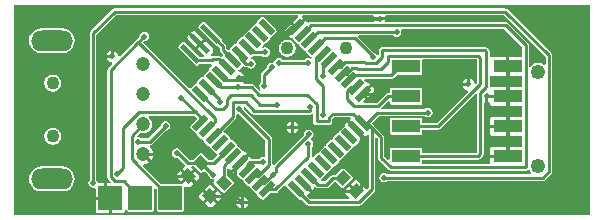
<source format=gbl>
G04 Layer_Physical_Order=2*
G04 Layer_Color=16711680*
%FSLAX44Y44*%
%MOMM*%
G71*
G01*
G75*
%ADD17R,2.0000X2.0000*%
%ADD23C,0.2540*%
%ADD24C,1.2499*%
%ADD25C,0.8001*%
%ADD26C,1.1001*%
%ADD27O,3.5560X1.7780*%
%ADD28C,1.2002*%
%ADD29C,1.1000*%
%ADD30C,0.5000*%
G04:AMPARAMS|DCode=31|XSize=0.4mm|YSize=2mm|CornerRadius=0mm|HoleSize=0mm|Usage=FLASHONLY|Rotation=225.000|XOffset=0mm|YOffset=0mm|HoleType=Round|Shape=Rectangle|*
%AMROTATEDRECTD31*
4,1,4,-0.5657,0.8485,0.8485,-0.5657,0.5657,-0.8485,-0.8485,0.5657,-0.5657,0.8485,0.0*
%
%ADD31ROTATEDRECTD31*%

G04:AMPARAMS|DCode=32|XSize=0.95mm|YSize=1mm|CornerRadius=0mm|HoleSize=0mm|Usage=FLASHONLY|Rotation=135.000|XOffset=0mm|YOffset=0mm|HoleType=Round|Shape=Rectangle|*
%AMROTATEDRECTD32*
4,1,4,0.6894,0.0177,-0.0177,-0.6894,-0.6894,-0.0177,0.0177,0.6894,0.6894,0.0177,0.0*
%
%ADD32ROTATEDRECTD32*%

G04:AMPARAMS|DCode=33|XSize=0.508mm|YSize=1.4732mm|CornerRadius=0mm|HoleSize=0mm|Usage=FLASHONLY|Rotation=225.000|XOffset=0mm|YOffset=0mm|HoleType=Round|Shape=Rectangle|*
%AMROTATEDRECTD33*
4,1,4,-0.3412,0.7005,0.7005,-0.3412,0.3412,-0.7005,-0.7005,0.3412,-0.3412,0.7005,0.0*
%
%ADD33ROTATEDRECTD33*%

G04:AMPARAMS|DCode=34|XSize=0.508mm|YSize=1.4732mm|CornerRadius=0mm|HoleSize=0mm|Usage=FLASHONLY|Rotation=135.000|XOffset=0mm|YOffset=0mm|HoleType=Round|Shape=Rectangle|*
%AMROTATEDRECTD34*
4,1,4,0.7005,0.3412,-0.3412,-0.7005,-0.7005,-0.3412,0.3412,0.7005,0.7005,0.3412,0.0*
%
%ADD34ROTATEDRECTD34*%

G04:AMPARAMS|DCode=35|XSize=0.95mm|YSize=1mm|CornerRadius=0mm|HoleSize=0mm|Usage=FLASHONLY|Rotation=45.000|XOffset=0mm|YOffset=0mm|HoleType=Round|Shape=Rectangle|*
%AMROTATEDRECTD35*
4,1,4,0.0177,-0.6894,-0.6894,0.0177,-0.0177,0.6894,0.6894,-0.0177,0.0177,-0.6894,0.0*
%
%ADD35ROTATEDRECTD35*%

%ADD36R,2.4400X1.1300*%
G36*
X697230Y394970D02*
X209550D01*
Y572770D01*
X697230D01*
Y394970D01*
D02*
G37*
%LPC*%
G36*
X403683Y410124D02*
Y406508D01*
X407299D01*
X407161Y407205D01*
X406047Y408872D01*
X404380Y409986D01*
X403683Y410124D01*
D02*
G37*
G36*
X369079Y415372D02*
X366618Y412911D01*
X366057Y412071D01*
X365859Y411080D01*
X366057Y410089D01*
X366618Y409249D01*
X369255Y406611D01*
X373547Y410903D01*
X369079Y415372D01*
D02*
G37*
G36*
X401143Y410124D02*
X400447Y409986D01*
X398780Y408872D01*
X397666Y407205D01*
X397527Y406508D01*
X401143D01*
Y410124D01*
D02*
G37*
G36*
X381431Y415195D02*
X377140Y410903D01*
X381608Y406435D01*
X384069Y408895D01*
X384630Y409736D01*
X384827Y410727D01*
X384630Y411718D01*
X384069Y412558D01*
X381431Y415195D01*
D02*
G37*
G36*
X375167Y420387D02*
X374176Y420190D01*
X373335Y419629D01*
X370875Y417168D01*
X375343Y412700D01*
X379635Y416991D01*
X376998Y419629D01*
X376158Y420190D01*
X375167Y420387D01*
D02*
G37*
G36*
X362381Y431870D02*
X358089Y427578D01*
X362558Y423109D01*
X365018Y425569D01*
X365580Y426410D01*
X365777Y427401D01*
X365580Y428392D01*
X365018Y429232D01*
X362381Y431870D01*
D02*
G37*
G36*
X350028Y432046D02*
X347567Y429585D01*
X347006Y428745D01*
X346809Y427754D01*
X347006Y426763D01*
X347567Y425923D01*
X350205Y423285D01*
X354497Y427578D01*
X350028Y432046D01*
D02*
G37*
G36*
X242019Y468628D02*
X241863Y468564D01*
X241697Y468597D01*
X239551Y468170D01*
X239278Y467988D01*
X238956Y467924D01*
X237137Y466708D01*
X236954Y466435D01*
X236682Y466253D01*
X235466Y464433D01*
X235402Y464112D01*
X235220Y463839D01*
X234793Y461693D01*
X234857Y461371D01*
X234793Y461049D01*
X235220Y458903D01*
X235402Y458630D01*
X235466Y458308D01*
X236682Y456489D01*
X236954Y456306D01*
X237137Y456034D01*
X238956Y454818D01*
X239278Y454754D01*
X239551Y454572D01*
X241697Y454145D01*
X241863Y454178D01*
X242019Y454113D01*
X242175Y454178D01*
X242341Y454145D01*
X244487Y454572D01*
X244760Y454754D01*
X245081Y454818D01*
X246901Y456034D01*
X247083Y456306D01*
X247356Y456489D01*
X248572Y458308D01*
X248636Y458630D01*
X248818Y458903D01*
X249245Y461049D01*
X249181Y461371D01*
X249245Y461693D01*
X248818Y463839D01*
X248636Y464112D01*
X248572Y464433D01*
X247356Y466253D01*
X247083Y466435D01*
X246901Y466708D01*
X245081Y467924D01*
X244760Y467988D01*
X244487Y468170D01*
X242341Y468597D01*
X242175Y468564D01*
X242019Y468628D01*
D02*
G37*
G36*
X250210Y435873D02*
X232430D01*
X229712Y435515D01*
X227178Y434465D01*
X225003Y432796D01*
X223334Y430621D01*
X222284Y428087D01*
X221926Y425369D01*
X222284Y422650D01*
X223334Y420117D01*
X225003Y417941D01*
X227178Y416272D01*
X229712Y415223D01*
X232430Y414865D01*
X250210D01*
X252929Y415223D01*
X255462Y416272D01*
X257638Y417941D01*
X259307Y420117D01*
X260356Y422650D01*
X260714Y425369D01*
X260356Y428087D01*
X259307Y430621D01*
X257638Y432796D01*
X255462Y434465D01*
X252929Y435515D01*
X250210Y435873D01*
D02*
G37*
G36*
X401143Y403968D02*
X397527D01*
X397666Y403272D01*
X398780Y401605D01*
X400447Y400491D01*
X401143Y400352D01*
Y403968D01*
D02*
G37*
G36*
X407299D02*
X403683D01*
Y400352D01*
X404380Y400491D01*
X406047Y401605D01*
X407161Y403272D01*
X407299Y403968D01*
D02*
G37*
G36*
X625094Y569777D02*
X625094Y569777D01*
X294386D01*
X294386Y569777D01*
X293296Y569560D01*
X292372Y568942D01*
X292372Y568942D01*
X274084Y550654D01*
X273466Y549730D01*
X273249Y548640D01*
X273249Y548640D01*
Y424830D01*
X273197Y424795D01*
X272307Y423464D01*
X271995Y421894D01*
X272307Y420324D01*
X273197Y418993D01*
X274528Y418103D01*
X276098Y417791D01*
X276970Y417965D01*
X278240Y417075D01*
Y410210D01*
X290830D01*
Y408940D01*
X292100D01*
Y396350D01*
X300830D01*
X301821Y396547D01*
X302661Y397109D01*
X303223Y397949D01*
X303384Y398762D01*
X303889Y398837D01*
X304649Y398775D01*
X305064Y397774D01*
X306230Y397290D01*
X326230D01*
X327396Y397774D01*
X327880Y398940D01*
Y417002D01*
X329053Y417488D01*
X329980Y416561D01*
Y398940D01*
X330464Y397774D01*
X331630Y397290D01*
X351630D01*
X352796Y397774D01*
X353280Y398940D01*
Y418415D01*
X354549Y418941D01*
X354638Y418852D01*
X355479Y418291D01*
X356470Y418093D01*
X357461Y418291D01*
X358301Y418852D01*
X360762Y421313D01*
X356293Y425781D01*
X351107Y420596D01*
X351105Y420590D01*
X334009D01*
X318281Y436318D01*
X318883Y437512D01*
X320761Y437759D01*
X322839Y438620D01*
X324623Y439989D01*
X325992Y441773D01*
X326852Y443850D01*
X326978Y444810D01*
X318531D01*
Y447350D01*
X326978D01*
X326852Y448310D01*
X325992Y450387D01*
X324623Y452171D01*
X323932Y452701D01*
X324168Y453699D01*
X324336Y453992D01*
X325322Y454188D01*
X326246Y454806D01*
X337504Y466063D01*
X337566Y466051D01*
X339136Y466363D01*
X340467Y467253D01*
X341357Y468584D01*
X341669Y470154D01*
X341357Y471724D01*
X340467Y473055D01*
X339136Y473945D01*
X337566Y474257D01*
X335996Y473945D01*
X334665Y473055D01*
X333775Y471724D01*
X333463Y470154D01*
X333475Y470092D01*
X323052Y459669D01*
X317008D01*
X316973Y459721D01*
X315642Y460611D01*
X314072Y460923D01*
X313731Y460855D01*
X313106Y462025D01*
X315621Y464541D01*
X316567Y464149D01*
X318531Y463890D01*
X320496Y464149D01*
X322326Y464907D01*
X323898Y466113D01*
X325104Y467685D01*
X325862Y469515D01*
X326121Y471480D01*
X325862Y473444D01*
X325104Y475275D01*
X323898Y476847D01*
X323092Y477465D01*
X323523Y478735D01*
X362040D01*
X363767Y477008D01*
Y475618D01*
X358650Y470501D01*
X358167Y469335D01*
X358650Y468168D01*
X362242Y464576D01*
X362629Y464416D01*
X363529Y463888D01*
X364058Y462987D01*
X364218Y462601D01*
X367810Y459009D01*
X368414Y458759D01*
X369482Y458020D01*
X369965Y456853D01*
X373558Y453261D01*
X374724Y452778D01*
X375373Y451672D01*
X375533Y451286D01*
X379125Y447693D01*
X380292Y447210D01*
X381031Y446142D01*
X381235Y445647D01*
X377328Y441740D01*
X373809D01*
X368597Y446952D01*
X367430Y447435D01*
X366264Y446952D01*
X361052Y441740D01*
X357563D01*
X350715Y448588D01*
X350710Y448610D01*
X349821Y449941D01*
X348490Y450830D01*
X346920Y451143D01*
X345350Y450830D01*
X344019Y449941D01*
X343129Y448610D01*
X342817Y447040D01*
X343129Y445470D01*
X344019Y444139D01*
X345350Y443250D01*
X346920Y442937D01*
X348078Y443167D01*
X353763Y437482D01*
X354180Y436540D01*
X353747Y435765D01*
X351824Y433842D01*
X356293Y429374D01*
X360585Y433666D01*
X359381Y434869D01*
X359867Y436042D01*
X361405D01*
X366617Y430830D01*
X367784Y430347D01*
X368950Y430830D01*
X370397Y432278D01*
X373607Y429068D01*
X373595Y429006D01*
X373908Y427436D01*
X374797Y426105D01*
X376128Y425215D01*
X377698Y424903D01*
X378254Y425014D01*
X378879Y423843D01*
X378596Y423560D01*
X378113Y422394D01*
X378596Y421227D01*
X385667Y414156D01*
X386834Y413673D01*
X388000Y414156D01*
X394718Y420874D01*
X395201Y422040D01*
X394718Y423207D01*
X389506Y428419D01*
Y434010D01*
X389943Y434334D01*
X390133Y434371D01*
X391575Y434002D01*
X391751Y433738D01*
X392649Y432840D01*
X399689Y439880D01*
X406729Y446919D01*
X405831Y447817D01*
X404991Y448379D01*
X403999Y448576D01*
X403463Y448469D01*
X403190Y449128D01*
X399598Y452720D01*
X398432Y453204D01*
X397783Y454309D01*
X397623Y454696D01*
X394030Y458288D01*
X392864Y458771D01*
X392125Y459840D01*
X391875Y460443D01*
X388283Y464035D01*
X387117Y464519D01*
X386468Y465625D01*
X386435Y465702D01*
X396516Y475783D01*
X396516Y475783D01*
X397133Y476707D01*
X397350Y477797D01*
X397350Y477798D01*
Y479761D01*
X398620Y480509D01*
X399796Y480275D01*
X399858Y480288D01*
X422093Y458052D01*
Y444264D01*
X420823Y443535D01*
X419608Y443777D01*
X418038Y443465D01*
X416707Y442575D01*
X416672Y442523D01*
X410156D01*
X409984Y443385D01*
X409423Y444225D01*
X408525Y445123D01*
X401485Y438084D01*
X394445Y431044D01*
X395343Y430146D01*
X396183Y429584D01*
X397174Y429387D01*
X397808Y429513D01*
X398163Y428655D01*
X401756Y425063D01*
X402922Y424580D01*
X403248Y424254D01*
X403731Y423088D01*
X407323Y419495D01*
X408490Y419012D01*
X408996Y418506D01*
X409479Y417340D01*
X413071Y413748D01*
X414237Y413265D01*
X414563Y412939D01*
X415046Y411772D01*
X418638Y408180D01*
X419805Y407697D01*
X420971Y408180D01*
X426294Y413503D01*
X430586D01*
X430586Y413502D01*
X431677Y413719D01*
X432601Y414337D01*
X438175Y419911D01*
X439488Y419428D01*
X439832Y418597D01*
X450249Y408180D01*
X451415Y407697D01*
X452273Y408052D01*
X456702Y403624D01*
X457626Y403006D01*
X458716Y402789D01*
X458716Y402789D01*
X501396D01*
X501396Y402789D01*
X502486Y403006D01*
X503410Y403624D01*
X514332Y414546D01*
X514332Y414546D01*
X514950Y415470D01*
X515167Y416560D01*
X515167Y416560D01*
Y459815D01*
X516273Y460288D01*
X517169Y459548D01*
Y443404D01*
X517169Y443404D01*
X517386Y442314D01*
X518003Y441390D01*
X526306Y433088D01*
X526306Y433088D01*
X527230Y432470D01*
X528320Y432253D01*
X528320Y432253D01*
X642366D01*
X643456Y432470D01*
X644201Y432968D01*
X644696Y433028D01*
X645356Y432904D01*
X645671Y432733D01*
X645712Y432527D01*
X647010Y430585D01*
X646866Y430005D01*
X646567Y429408D01*
X646482Y429315D01*
X525414D01*
X525379Y429367D01*
X524048Y430257D01*
X522478Y430569D01*
X520908Y430257D01*
X519577Y429367D01*
X518688Y428036D01*
X518375Y426466D01*
X518688Y424896D01*
X519577Y423565D01*
X520908Y422676D01*
X522478Y422363D01*
X524048Y422676D01*
X525379Y423565D01*
X525414Y423617D01*
X656844D01*
X656844Y423617D01*
X657934Y423834D01*
X658858Y424452D01*
X664192Y429786D01*
X664192Y429786D01*
X664810Y430710D01*
X665027Y431800D01*
X665027Y431800D01*
Y529844D01*
X665027Y529844D01*
X664810Y530934D01*
X664192Y531858D01*
X664192Y531858D01*
X627108Y568942D01*
X626184Y569560D01*
X625094Y569777D01*
D02*
G37*
G36*
X289560Y407670D02*
X278240D01*
Y398940D01*
X278437Y397949D01*
X278999Y397109D01*
X279839Y396547D01*
X280830Y396350D01*
X289560D01*
Y407670D01*
D02*
G37*
G36*
X242019Y513627D02*
X241863Y513562D01*
X241697Y513595D01*
X239551Y513168D01*
X239278Y512986D01*
X238956Y512922D01*
X237137Y511706D01*
X236954Y511434D01*
X236682Y511251D01*
X235466Y509432D01*
X235402Y509110D01*
X235220Y508837D01*
X234793Y506691D01*
X234857Y506369D01*
X234793Y506048D01*
X235220Y503901D01*
X235402Y503629D01*
X235466Y503307D01*
X236682Y501487D01*
X236954Y501305D01*
X237137Y501032D01*
X238956Y499817D01*
X239278Y499753D01*
X239551Y499570D01*
X241697Y499143D01*
X241863Y499176D01*
X242019Y499112D01*
X242175Y499176D01*
X242341Y499143D01*
X244487Y499570D01*
X244760Y499753D01*
X245081Y499817D01*
X246901Y501032D01*
X247083Y501305D01*
X247356Y501487D01*
X248572Y503307D01*
X248636Y503629D01*
X248818Y503901D01*
X249245Y506048D01*
X249181Y506369D01*
X249245Y506691D01*
X248818Y508837D01*
X248636Y509110D01*
X248572Y509432D01*
X247356Y511251D01*
X247083Y511434D01*
X246901Y511706D01*
X245081Y512922D01*
X244760Y512986D01*
X244487Y513168D01*
X242341Y513595D01*
X242175Y513562D01*
X242019Y513627D01*
D02*
G37*
G36*
X375343Y409107D02*
X371051Y404815D01*
X373689Y402178D01*
X374529Y401617D01*
X375520Y401419D01*
X376511Y401617D01*
X377351Y402178D01*
X379812Y404639D01*
X375343Y409107D01*
D02*
G37*
G36*
X250210Y552875D02*
X232430D01*
X229712Y552517D01*
X227178Y551468D01*
X225003Y549799D01*
X223334Y547623D01*
X222284Y545090D01*
X221926Y542371D01*
X222284Y539653D01*
X223334Y537119D01*
X225003Y534944D01*
X227178Y533275D01*
X229712Y532225D01*
X232430Y531867D01*
X250210D01*
X252929Y532225D01*
X255462Y533275D01*
X257638Y534944D01*
X259307Y537119D01*
X260356Y539653D01*
X260714Y542371D01*
X260356Y545090D01*
X259307Y547623D01*
X257638Y549799D01*
X255462Y551468D01*
X252929Y552517D01*
X250210Y552875D01*
D02*
G37*
%LPD*%
G36*
X659329Y528664D02*
Y522544D01*
X659164Y522406D01*
X658059Y521982D01*
X656326Y523140D01*
X656004Y523204D01*
X655731Y523387D01*
X653292Y523872D01*
X652971Y523808D01*
X652649Y523872D01*
X650210Y523387D01*
X649937Y523204D01*
X649615Y523140D01*
X647548Y521759D01*
X647366Y521486D01*
X647093Y521304D01*
X646485Y520393D01*
X645215Y520779D01*
Y538480D01*
X645215Y538480D01*
X644998Y539570D01*
X644380Y540494D01*
X627616Y557258D01*
X626692Y557876D01*
X625602Y558093D01*
X625602Y558093D01*
X524310D01*
X523515Y559363D01*
X523554Y559562D01*
X513782D01*
X513821Y559363D01*
X513026Y558093D01*
X460453D01*
X460453Y558093D01*
X459363Y557876D01*
X458829Y557519D01*
X457698Y557867D01*
X457453Y558068D01*
X457400Y558332D01*
X456838Y559173D01*
X455941Y560071D01*
X448901Y553031D01*
X441861Y545991D01*
X442759Y545093D01*
X443599Y544532D01*
X444590Y544334D01*
X445126Y544441D01*
X445399Y543782D01*
X448991Y540190D01*
X449595Y539940D01*
X450365Y539408D01*
X450897Y538638D01*
X451147Y538035D01*
X454739Y534443D01*
X455905Y533959D01*
X456231Y533633D01*
X456715Y532467D01*
X460307Y528875D01*
X461157Y528523D01*
X461553Y527403D01*
X460099Y527075D01*
X459786Y527285D01*
X458216Y527597D01*
X456646Y527285D01*
X455315Y526395D01*
X455280Y526343D01*
X436260D01*
X436225Y526395D01*
X434894Y527285D01*
X433324Y527597D01*
X431754Y527285D01*
X430423Y526395D01*
X429534Y525064D01*
X429479Y524789D01*
X428798Y523728D01*
X428099Y523868D01*
X427228Y524041D01*
X425658Y523728D01*
X424327Y522839D01*
X423438Y521508D01*
X423125Y519938D01*
X423138Y519876D01*
X418864Y515602D01*
X418246Y514678D01*
X418029Y513588D01*
X418029Y513588D01*
Y507126D01*
X417977Y507091D01*
X417088Y505760D01*
X416775Y504190D01*
X417088Y502620D01*
X417844Y501488D01*
X417693Y500594D01*
X417486Y500089D01*
X417356Y500057D01*
X412478Y504934D01*
X411554Y505552D01*
X410464Y505769D01*
X410464Y505769D01*
X403633D01*
X403248Y507039D01*
X403430Y507160D01*
X404544Y508828D01*
X404682Y509524D01*
X399796D01*
Y512064D01*
X404682D01*
X404544Y512761D01*
X403430Y514428D01*
X401763Y515542D01*
X399796Y515933D01*
X399184Y517106D01*
X399244Y517413D01*
X399598Y517560D01*
X402419Y520381D01*
X403549Y520718D01*
X404473Y520100D01*
X405563Y519883D01*
X406766D01*
X406801Y519831D01*
X408132Y518941D01*
X409702Y518629D01*
X411272Y518941D01*
X412603Y519831D01*
X413493Y521162D01*
X413805Y522732D01*
X413493Y524302D01*
X412603Y525633D01*
X411272Y526522D01*
X410806Y526615D01*
X410017Y527918D01*
X410259Y528604D01*
X410913Y528875D01*
X411828Y529789D01*
X418958D01*
X418993Y529737D01*
X420324Y528848D01*
X421894Y528535D01*
X423464Y528848D01*
X424795Y529737D01*
X425685Y531068D01*
X425997Y532638D01*
X425685Y534208D01*
X424795Y535539D01*
X423464Y536428D01*
X421894Y536741D01*
X420324Y536428D01*
X420140Y536306D01*
X419331Y537292D01*
X420073Y538035D01*
X420323Y538638D01*
X421062Y539707D01*
X422229Y540190D01*
X425821Y543782D01*
X425981Y544169D01*
X426630Y545275D01*
X427796Y545758D01*
X431388Y549350D01*
X431871Y550516D01*
X431388Y551683D01*
X420971Y562100D01*
X419805Y562583D01*
X418638Y562100D01*
X415046Y558508D01*
X414886Y558121D01*
X414237Y557015D01*
X413071Y556532D01*
X409479Y552940D01*
X409229Y552336D01*
X408490Y551268D01*
X407323Y550785D01*
X403731Y547192D01*
X403571Y546806D01*
X402922Y545700D01*
X401756Y545217D01*
X398163Y541625D01*
X397680Y540458D01*
X396612Y539720D01*
X396008Y539469D01*
X392416Y535877D01*
X392256Y535491D01*
X391762Y534650D01*
X390419Y534360D01*
X388929Y535850D01*
Y537670D01*
X388929Y537671D01*
X388712Y538761D01*
X388094Y539685D01*
X388094Y539685D01*
X385518Y542261D01*
X385647Y542571D01*
X385650Y542578D01*
X385167Y543745D01*
X385167Y543745D01*
X371025Y557887D01*
X369865Y558367D01*
X369858Y558370D01*
X368692Y557887D01*
X368692Y557887D01*
X365864Y555059D01*
X365383Y553899D01*
X365380Y553892D01*
X365863Y552726D01*
X365864Y552726D01*
X380006Y538584D01*
X381172Y538100D01*
X381490Y538232D01*
X383231Y536491D01*
Y534670D01*
X383231Y534670D01*
X383448Y533580D01*
X384066Y532656D01*
X386503Y530219D01*
X385983Y529036D01*
X384851Y528792D01*
X384793Y528850D01*
X383869Y529468D01*
X382779Y529684D01*
X382779Y529684D01*
X377738D01*
X376647Y529468D01*
X376242Y529197D01*
X376130Y529249D01*
X375865Y530780D01*
X377346Y532262D01*
X377908Y533102D01*
X378105Y534093D01*
X377908Y535084D01*
X377346Y535924D01*
X371174Y542097D01*
X367928Y538852D01*
X364683Y535606D01*
X370440Y529850D01*
X369914Y528579D01*
X366391D01*
X354054Y540916D01*
X352895Y541397D01*
X352888Y541400D01*
X351721Y540916D01*
X351721Y540916D01*
X348893Y538088D01*
X348413Y536928D01*
X348410Y536922D01*
X348893Y535755D01*
X348893Y535755D01*
X363035Y521613D01*
X364195Y521133D01*
X364202Y521130D01*
X365368Y521613D01*
X365368Y521613D01*
X366637Y522882D01*
X376295D01*
X376780Y522045D01*
X376851Y521642D01*
X374868Y519659D01*
X374307Y518819D01*
X374110Y517828D01*
X374216Y517292D01*
X373558Y517019D01*
X369965Y513427D01*
X369715Y512823D01*
X368976Y511754D01*
X367810Y511271D01*
X364218Y507679D01*
X364058Y507293D01*
X363409Y506187D01*
X362242Y505704D01*
X358918Y502379D01*
X357383Y502118D01*
X318608Y540893D01*
X319470Y541755D01*
X319532Y541743D01*
X321102Y542056D01*
X322433Y542945D01*
X323322Y544276D01*
X323635Y545846D01*
X323322Y547416D01*
X322433Y548747D01*
X321102Y549636D01*
X319532Y549949D01*
X317962Y549636D01*
X316631Y548747D01*
X315742Y547416D01*
X315429Y545846D01*
X315441Y545784D01*
X312565Y542907D01*
X312565Y542907D01*
X298677Y529019D01*
X297402Y529540D01*
X297102Y531049D01*
X295988Y532716D01*
X294321Y533830D01*
X293624Y533968D01*
Y529082D01*
X292354D01*
Y527812D01*
X287468D01*
X287606Y527116D01*
X288720Y525448D01*
X290387Y524334D01*
X291896Y524035D01*
X292417Y522759D01*
X289109Y519452D01*
X288492Y518528D01*
X288275Y517438D01*
X288275Y517438D01*
Y426716D01*
X288275Y426716D01*
X288492Y425626D01*
X289109Y424702D01*
X291108Y422703D01*
X290622Y421530D01*
X281423D01*
X280201Y421894D01*
X279888Y423464D01*
X278999Y424795D01*
X278947Y424830D01*
Y547460D01*
X295566Y564079D01*
X449265D01*
X449651Y562809D01*
X449584Y562765D01*
X445273Y558454D01*
X448003Y555725D01*
X454144Y561867D01*
X453246Y562765D01*
X453180Y562809D01*
X453565Y564079D01*
X513429D01*
X514028Y562959D01*
X513920Y562799D01*
X513782Y562102D01*
X523554D01*
X523416Y562799D01*
X523308Y562959D01*
X523907Y564079D01*
X623914D01*
X659329Y528664D01*
D02*
G37*
G36*
X410775Y480625D02*
X411699Y480008D01*
X412790Y479791D01*
X412790Y479791D01*
X459556D01*
X460646Y480008D01*
X461209Y480384D01*
X462371Y479917D01*
X462479Y479821D01*
Y474004D01*
X462696Y472914D01*
X463314Y471989D01*
X464238Y471372D01*
X465328Y471155D01*
X475996D01*
X477086Y471372D01*
X478010Y471989D01*
X478628Y472914D01*
X478845Y474004D01*
Y476340D01*
X480224Y477719D01*
X494025D01*
X494185Y477266D01*
X494236Y476449D01*
X493587Y476016D01*
X492689Y475117D01*
X499729Y468078D01*
X506769Y461038D01*
X507667Y461936D01*
X508199Y462733D01*
X508318Y462758D01*
X509469Y462521D01*
Y417740D01*
X508362Y416633D01*
X507466Y416721D01*
X505005Y419182D01*
X499639Y413815D01*
X498741Y414713D01*
X497843Y413815D01*
X492653Y419005D01*
X490015Y416367D01*
X489454Y415527D01*
X489257Y414536D01*
X489454Y413545D01*
X490015Y412705D01*
X493060Y409660D01*
X492574Y408487D01*
X459896D01*
X457292Y411091D01*
X457710Y412469D01*
X457974Y412522D01*
X458814Y413083D01*
X459712Y413981D01*
X452672Y421021D01*
X454468Y422817D01*
X461508Y415777D01*
X462406Y416675D01*
X462968Y417515D01*
X463080Y418080D01*
X464233Y418571D01*
X464376Y418580D01*
X464600Y418356D01*
X465524Y417738D01*
X466614Y417521D01*
X466614Y417521D01*
X473710D01*
X473710Y417521D01*
X474800Y417738D01*
X475724Y418356D01*
X479879Y422510D01*
X481540D01*
X486084Y417966D01*
X487250Y417483D01*
X488417Y417966D01*
X495488Y425037D01*
X495971Y426204D01*
X495488Y427370D01*
X488770Y434088D01*
X487604Y434571D01*
X486437Y434088D01*
X481225Y428876D01*
X479367D01*
X479367Y428876D01*
X478277Y428659D01*
X477353Y428041D01*
X477353Y428041D01*
X472530Y423219D01*
X470006D01*
X468996Y424489D01*
X469094Y424909D01*
X469464Y425063D01*
X473057Y428655D01*
X473307Y429259D01*
X473839Y430028D01*
X474608Y430560D01*
X475212Y430811D01*
X478804Y434403D01*
X478964Y434789D01*
X479493Y435690D01*
X480393Y436218D01*
X480780Y436378D01*
X484372Y439970D01*
X484532Y440357D01*
X485060Y441257D01*
X485961Y441786D01*
X486347Y441946D01*
X489939Y445538D01*
X490190Y446142D01*
X490722Y446911D01*
X491491Y447443D01*
X492095Y447693D01*
X495687Y451286D01*
X495847Y451672D01*
X496376Y452573D01*
X497276Y453101D01*
X497663Y453261D01*
X501255Y456853D01*
X501610Y457711D01*
X502244Y457585D01*
X503235Y457782D01*
X504075Y458344D01*
X504973Y459242D01*
X497933Y466282D01*
X490893Y473321D01*
X489995Y472423D01*
X489434Y471583D01*
X489237Y470592D01*
X489363Y469959D01*
X488505Y469603D01*
X484913Y466011D01*
X484752Y465625D01*
X484224Y464724D01*
X483324Y464196D01*
X482937Y464035D01*
X479345Y460443D01*
X479095Y459840D01*
X478563Y459070D01*
X477793Y458538D01*
X477189Y458288D01*
X473597Y454696D01*
X473437Y454309D01*
X472909Y453409D01*
X472008Y452880D01*
X471622Y452720D01*
X468030Y449128D01*
X467870Y448742D01*
X467341Y447841D01*
X466441Y447313D01*
X466054Y447153D01*
X462462Y443560D01*
X461274Y444012D01*
X461319Y444235D01*
Y452002D01*
X461371Y452037D01*
X462261Y453368D01*
X462573Y454938D01*
X462261Y456508D01*
X461371Y457840D01*
X460965Y458111D01*
Y459638D01*
X461586Y460052D01*
X462475Y461384D01*
X462787Y462954D01*
X462475Y464524D01*
X461586Y465855D01*
X460255Y466744D01*
X458684Y467056D01*
X457114Y466744D01*
X455783Y465855D01*
X454894Y464524D01*
X454581Y462954D01*
X454594Y462892D01*
X429100Y437398D01*
X429061Y437339D01*
X427791Y437725D01*
Y459232D01*
X427574Y460322D01*
X426956Y461246D01*
X426956Y461246D01*
X403886Y484316D01*
X403899Y484378D01*
X403599Y485887D01*
X403591Y486013D01*
X403802Y486202D01*
X404898Y486502D01*
X410775Y480625D01*
D02*
G37*
G36*
X601163Y526124D02*
Y506854D01*
X600182Y505873D01*
X598804Y506291D01*
X598600Y507319D01*
X597486Y508986D01*
X595818Y510100D01*
X595122Y510239D01*
Y505353D01*
X593852D01*
Y504083D01*
X588966D01*
X589104Y503386D01*
X590218Y501719D01*
X591885Y500605D01*
X592914Y500401D01*
X593332Y499023D01*
X567058Y472749D01*
X555049D01*
Y475550D01*
X554566Y476716D01*
X553400Y477200D01*
X529000D01*
X527833Y476716D01*
X527350Y475550D01*
Y464250D01*
X527833Y463084D01*
X529000Y462600D01*
X553400D01*
X554566Y463084D01*
X555049Y464250D01*
Y467051D01*
X568237D01*
X568238Y467051D01*
X569328Y467268D01*
X570252Y467886D01*
X599918Y497551D01*
X601188Y497025D01*
Y447482D01*
X601054Y447349D01*
X555049D01*
Y450150D01*
X554566Y451316D01*
X553400Y451800D01*
X529000D01*
X527833Y451316D01*
X527350Y450150D01*
Y441760D01*
X526177Y441274D01*
X522867Y444584D01*
Y460729D01*
X522867Y460730D01*
X522650Y461820D01*
X522032Y462744D01*
X522032Y462744D01*
X514332Y470444D01*
X514332Y470444D01*
X512029Y472747D01*
X517877Y478596D01*
X556570D01*
X556605Y478543D01*
X557936Y477654D01*
X559506Y477341D01*
X561076Y477654D01*
X562407Y478543D01*
X563297Y479874D01*
X563609Y481444D01*
X563297Y483014D01*
X562407Y484345D01*
X561076Y485235D01*
X559506Y485547D01*
X557936Y485235D01*
X556605Y484345D01*
X556570Y484293D01*
X520852D01*
X520326Y485563D01*
X526080Y491317D01*
X527350Y490792D01*
Y489650D01*
X527833Y488484D01*
X529000Y488000D01*
X553400D01*
X554566Y488484D01*
X555049Y489650D01*
Y500950D01*
X554566Y502116D01*
X553400Y502600D01*
X529000D01*
X527833Y502116D01*
X527350Y500950D01*
Y498149D01*
X526034D01*
X524944Y497932D01*
X524020Y497314D01*
X524020Y497314D01*
X516472Y489767D01*
X505547D01*
X505061Y490940D01*
X507128Y493007D01*
X503501Y496635D01*
X504399Y497533D01*
X503501Y498431D01*
X510541Y505471D01*
X509642Y506368D01*
X508802Y506930D01*
X507811Y507127D01*
X507275Y507020D01*
X507002Y507679D01*
X505838Y508844D01*
X506324Y510017D01*
X528530D01*
X528530Y510017D01*
X529620Y510234D01*
X530544Y510851D01*
X533093Y513400D01*
X553400D01*
X554566Y513884D01*
X555049Y515050D01*
Y526350D01*
X555141Y526487D01*
X600800D01*
X601163Y526124D01*
D02*
G37*
G36*
X639517Y537300D02*
Y529036D01*
X639400Y528940D01*
X628470D01*
Y520700D01*
Y512460D01*
X639400D01*
X639517Y512364D01*
Y503636D01*
X639400Y503540D01*
X628470D01*
Y495300D01*
Y487060D01*
X639400D01*
X639517Y486964D01*
Y478236D01*
X639400Y478140D01*
X628470D01*
Y469900D01*
Y461660D01*
X639400D01*
X639517Y461564D01*
Y452836D01*
X639400Y452740D01*
X628470D01*
Y444500D01*
X627200D01*
Y443230D01*
X612410D01*
Y438850D01*
X611672Y437951D01*
X555650D01*
X555049Y438850D01*
Y441651D01*
X602234D01*
X602234Y441651D01*
X603324Y441868D01*
X604248Y442486D01*
X606051Y444288D01*
X606051Y444288D01*
X606668Y445212D01*
X606885Y446302D01*
X606885Y446302D01*
Y489461D01*
X608061Y490326D01*
Y495300D01*
X610601D01*
Y490414D01*
X611140Y490521D01*
X611641Y490369D01*
X612410Y489957D01*
Y489650D01*
X612607Y488659D01*
X613169Y487819D01*
X614009Y487257D01*
X615000Y487060D01*
X625930D01*
Y495300D01*
Y503540D01*
X615000D01*
X614009Y503343D01*
X613169Y502781D01*
X613162Y502771D01*
X613111Y502776D01*
X611941Y503229D01*
Y512771D01*
X612958Y513142D01*
X613211Y513191D01*
X614009Y512657D01*
X615000Y512460D01*
X625930D01*
Y520700D01*
Y528940D01*
X615000D01*
X614009Y528743D01*
X613211Y528209D01*
X612958Y528258D01*
X611941Y528629D01*
Y533400D01*
X611941Y533400D01*
X611724Y534490D01*
X611106Y535414D01*
X611106Y535414D01*
X610090Y536430D01*
X609166Y537048D01*
X608076Y537265D01*
X608076Y537265D01*
X520954D01*
X519864Y537048D01*
X518940Y536430D01*
X518322Y535506D01*
X518105Y534416D01*
Y530284D01*
X516930Y529924D01*
X516886Y529933D01*
X516802Y529993D01*
X515981Y531221D01*
X514650Y532110D01*
X513939Y532252D01*
X500653Y545537D01*
X501180Y546807D01*
X530210D01*
X530245Y546755D01*
X531576Y545866D01*
X533146Y545553D01*
X534716Y545866D01*
X536047Y546755D01*
X536936Y548086D01*
X537249Y549656D01*
X536957Y551125D01*
X536984Y551426D01*
X537502Y552395D01*
X624422D01*
X639517Y537300D01*
D02*
G37*
%LPC*%
G36*
X291084Y533968D02*
X290387Y533830D01*
X288720Y532716D01*
X287606Y531049D01*
X287468Y530352D01*
X291084D01*
Y533968D01*
D02*
G37*
G36*
X357230Y547754D02*
X356713Y547238D01*
X356152Y546398D01*
X355955Y545407D01*
X356152Y544416D01*
X356713Y543576D01*
X362887Y537403D01*
X365234Y539750D01*
X357230Y547754D01*
D02*
G37*
G36*
X443477Y556658D02*
X439167Y552347D01*
X438605Y551507D01*
X438408Y550516D01*
X438605Y549525D01*
X439167Y548685D01*
X440065Y547787D01*
X446207Y553929D01*
X443477Y556658D01*
D02*
G37*
G36*
X440690Y543137D02*
X440534Y543073D01*
X440368Y543106D01*
X438222Y542679D01*
X437949Y542496D01*
X437627Y542433D01*
X435808Y541217D01*
X435626Y540944D01*
X435353Y540762D01*
X434138Y538942D01*
X434074Y538621D01*
X433891Y538348D01*
X433464Y536202D01*
X433528Y535880D01*
X433464Y535558D01*
X433891Y533412D01*
X434074Y533139D01*
X434138Y532818D01*
X435353Y530998D01*
X435626Y530816D01*
X435808Y530543D01*
X437627Y529328D01*
X437949Y529264D01*
X438222Y529081D01*
X440368Y528654D01*
X440534Y528687D01*
X440690Y528623D01*
X440846Y528687D01*
X441012Y528654D01*
X443158Y529081D01*
X443431Y529264D01*
X443753Y529328D01*
X445572Y530543D01*
X445754Y530816D01*
X446027Y530998D01*
X447242Y532818D01*
X447306Y533139D01*
X447489Y533412D01*
X447916Y535558D01*
X447852Y535880D01*
X447916Y536202D01*
X447489Y538348D01*
X447306Y538621D01*
X447242Y538942D01*
X446027Y540762D01*
X445754Y540944D01*
X445572Y541217D01*
X443753Y542433D01*
X443431Y542496D01*
X443158Y542679D01*
X441012Y543106D01*
X440846Y543073D01*
X440690Y543137D01*
D02*
G37*
G36*
X361373Y550825D02*
X360382Y550628D01*
X359542Y550066D01*
X359026Y549550D01*
X367030Y541546D01*
X369377Y543894D01*
X363204Y550066D01*
X362364Y550628D01*
X361373Y550825D01*
D02*
G37*
G36*
X498917Y424197D02*
X497926Y424000D01*
X497086Y423438D01*
X494449Y420801D01*
X498741Y416509D01*
X503209Y420978D01*
X500749Y423438D01*
X499908Y424000D01*
X498917Y424197D01*
D02*
G37*
G36*
X443610Y467654D02*
X439994D01*
X440132Y466957D01*
X441246Y465290D01*
X442914Y464176D01*
X443610Y464038D01*
Y467654D01*
D02*
G37*
G36*
X449766D02*
X446150D01*
Y464038D01*
X446847Y464176D01*
X448514Y465290D01*
X449627Y466957D01*
X449766Y467654D01*
D02*
G37*
G36*
X446150Y473810D02*
Y470194D01*
X449766D01*
X449627Y470890D01*
X448514Y472557D01*
X446847Y473671D01*
X446150Y473810D01*
D02*
G37*
G36*
X443610D02*
X442914Y473671D01*
X441246Y472557D01*
X440132Y470890D01*
X439994Y470194D01*
X443610D01*
Y473810D01*
D02*
G37*
G36*
X592582Y510239D02*
X591885Y510100D01*
X590218Y508986D01*
X589104Y507319D01*
X588966Y506623D01*
X592582D01*
Y510239D01*
D02*
G37*
G36*
X512337Y503674D02*
X506195Y497533D01*
X508924Y494803D01*
X513235Y499114D01*
X513796Y499954D01*
X513993Y500945D01*
X513796Y501936D01*
X513235Y502776D01*
X512337Y503674D01*
D02*
G37*
G36*
X625930Y468630D02*
X612410D01*
Y464250D01*
X612607Y463259D01*
X613169Y462419D01*
X614009Y461857D01*
X615000Y461660D01*
X625930D01*
Y468630D01*
D02*
G37*
G36*
Y452740D02*
X615000D01*
X614009Y452543D01*
X613169Y451981D01*
X612607Y451141D01*
X612410Y450150D01*
Y445770D01*
X625930D01*
Y452740D01*
D02*
G37*
G36*
Y478140D02*
X615000D01*
X614009Y477943D01*
X613169Y477381D01*
X612607Y476541D01*
X612410Y475550D01*
Y471170D01*
X625930D01*
Y478140D01*
D02*
G37*
%LPD*%
D17*
X290830Y408940D02*
D03*
X316230D02*
D03*
X341630D02*
D03*
D23*
X498741Y414782D02*
X502920D01*
X397764Y508762D02*
X404219D01*
X286044Y416331D02*
X290830D01*
X382779Y526836D02*
X389452Y520163D01*
X377738Y526836D02*
X382779D01*
X376633Y525731D02*
X377738Y526836D01*
X364079Y525731D02*
X376633D01*
X358545Y531265D02*
X364079Y525731D01*
X386080Y534670D02*
X395019Y525731D01*
X386080Y534670D02*
Y537671D01*
X375515Y548235D02*
X386080Y537671D01*
X366625Y539750D02*
X367030D01*
X355195Y551180D02*
X366625Y539750D01*
X304800Y551180D02*
X355195D01*
X526034Y523946D02*
Y529336D01*
X520034Y517946D02*
X526034Y523946D01*
X500086Y517946D02*
X520034D01*
X372389Y467180D02*
X378988Y473779D01*
Y476484D01*
X314579Y540893D02*
X378988Y476484D01*
X469646Y531368D02*
X470633D01*
X314579Y540893D02*
X319532Y545846D01*
X291124Y517438D02*
X314579Y540893D01*
X350901Y493903D02*
X363220Y481584D01*
X512318Y468429D02*
X520018Y460730D01*
X386588Y508762D02*
X397764D01*
X289941Y551180D02*
X304800D01*
X390329Y410903D02*
X396748D01*
X367813Y438891D02*
X378508D01*
X367607D02*
X367813D01*
X377698Y429006D01*
X301970Y423200D02*
X316230Y408940D01*
X294640Y423200D02*
X301970D01*
X291124Y426716D02*
X294640Y423200D01*
X291124Y426716D02*
Y517438D01*
X372389Y467180D02*
Y468122D01*
X433324Y523494D02*
X458216D01*
X522478Y426466D02*
X656844D01*
X662178Y431800D01*
Y529844D01*
X625094Y566928D02*
X662178Y529844D01*
X294386Y566928D02*
X625094D01*
X276098Y548640D02*
X294386Y566928D01*
X276098Y421894D02*
Y548640D01*
X366821Y472747D02*
Y477983D01*
X466360Y549656D02*
X533146D01*
X459318Y542614D02*
X466360Y549656D01*
X508000Y472747D02*
X512318Y468429D01*
Y416560D02*
Y468429D01*
X501396Y405638D02*
X512318Y416560D01*
X458716Y405638D02*
X501396D01*
X448003Y416351D02*
X458716Y405638D01*
X504399Y472747D02*
X508000D01*
X520018Y443404D02*
Y460730D01*
Y443404D02*
X528320Y435102D01*
X642366D01*
Y538480D01*
X625602Y555244D02*
X642366Y538480D01*
X460453Y555244D02*
X625602D01*
X453570Y548361D02*
X460453Y555244D01*
X443947Y553929D02*
X448003D01*
X427533Y537515D02*
X443947Y553929D01*
X427533Y530697D02*
Y537515D01*
X424180Y527344D02*
X427533Y530697D01*
X404219Y508762D02*
X424180Y527344D01*
X290830Y408940D02*
Y416331D01*
X286044D02*
Y547283D01*
X289941Y551180D01*
X504399Y497533D02*
X520192D01*
X528012Y505353D01*
X593852D01*
X367607Y438891D02*
Y439097D01*
X428244Y429006D02*
X428282Y428968D01*
X346920Y447040D02*
X348234D01*
X356383Y438891D01*
X367607D01*
X411902Y427666D02*
X415728D01*
X424942Y436880D01*
Y459232D01*
X399796Y484378D02*
X424942Y459232D01*
X324232Y456820D02*
X337566Y470154D01*
X314072Y456820D02*
X324232D01*
X420878Y504190D02*
Y513588D01*
X427228Y519938D01*
X308778Y461726D02*
X318531Y471480D01*
X308778Y441792D02*
Y461726D01*
Y441792D02*
X341630Y408940D01*
X459556Y482640D02*
Y486349D01*
X405424Y490006D02*
X412790Y482640D01*
X394502Y490006D02*
X405424D01*
X394502Y477797D02*
Y490006D01*
X378136Y461432D02*
X394502Y477797D01*
X417830Y487934D02*
X431800D01*
X409682Y496082D02*
X417830Y487934D01*
X392704Y496082D02*
X409682D01*
X389382Y492760D02*
X392704Y496082D01*
X389382Y487672D02*
Y492760D01*
X386080Y484370D02*
X389382Y487672D01*
X379984Y484370D02*
X386080D01*
X366821Y497533D02*
X379984Y484370D01*
X383540Y490474D02*
Y491949D01*
X372389Y503100D02*
X383540Y491949D01*
X383704Y511646D02*
Y514416D01*
Y511646D02*
X386588Y508762D01*
X397764D02*
X399796Y510794D01*
X406334Y433234D02*
Y437185D01*
X408824Y439674D01*
X419608D01*
X296418Y429260D02*
X301498Y434340D01*
Y468122D01*
X314960Y481584D01*
X363220D01*
X366821Y477983D01*
X400587Y527708D02*
Y531298D01*
Y527708D02*
X405563Y522732D01*
X409702D01*
X406334Y536006D02*
Y537046D01*
Y536006D02*
X409702Y532638D01*
X421894D01*
X454906Y560832D02*
X518668D01*
X448003Y553929D02*
X454906Y560832D01*
X431114Y435383D02*
X458684Y462954D01*
X431114Y431800D02*
Y435383D01*
X417650Y421919D02*
X421233D01*
X423217Y416351D02*
X430586D01*
X458470Y444235D01*
Y454938D01*
X513080Y528320D02*
Y529082D01*
X497840Y544322D02*
X513080Y529082D01*
X472162Y544322D02*
X497840D01*
X464885Y537046D02*
X472162Y544322D01*
X536364Y520700D02*
X541200D01*
X528530Y512866D02*
X536364Y520700D01*
X497101Y512866D02*
X528530D01*
X493084Y508848D02*
X497101Y512866D01*
X541200Y469900D02*
X568238D01*
X604012Y505674D01*
Y527304D01*
X601980Y529336D02*
X604012Y527304D01*
X526034Y529336D02*
X601980D01*
X498856Y519176D02*
X500086Y517946D01*
X495689Y519176D02*
X498856D01*
X490929Y514416D02*
X495689Y519176D01*
X487516Y514416D02*
X490929D01*
X541200Y444500D02*
X602234D01*
X604036Y446302D01*
Y497840D01*
X609092Y502896D01*
Y533400D01*
X608076Y534416D02*
X609092Y533400D01*
X520954Y534416D02*
X608076D01*
X520954Y528320D02*
Y534416D01*
X515660Y523026D02*
X520954Y528320D01*
X506944Y523026D02*
X515660D01*
X505714Y524256D02*
X506944Y523026D01*
X489812Y524256D02*
X505714D01*
X485719Y520163D02*
X489812Y524256D01*
X481768Y520163D02*
X485719D01*
X292354Y538734D02*
X304800Y551180D01*
X292354Y529082D02*
Y538734D01*
X444880Y468924D02*
X481036D01*
X486077Y473964D01*
X492047D01*
X498831Y467180D01*
X470633Y531298D02*
Y531368D01*
X465114Y526836D02*
X469646Y531368D01*
X465114Y509594D02*
Y526836D01*
Y509594D02*
X470662Y504046D01*
Y479298D02*
Y504046D01*
X398780Y502920D02*
X410464D01*
X416814Y496570D01*
X457200D01*
X465328Y488442D01*
Y474004D02*
Y488442D01*
Y474004D02*
X475996D01*
Y477520D01*
X479044Y480568D01*
X496578D01*
X504399Y472747D01*
X498741Y414713D02*
Y414782D01*
X502920D02*
Y463091D01*
X498831Y467180D02*
X502920Y463091D01*
X337034Y427578D02*
X356293D01*
X318531Y446080D02*
X337034Y427578D01*
X476201Y525731D02*
Y525780D01*
X470408Y521208D02*
X474980Y525780D01*
X470408Y512826D02*
Y521208D01*
X378136Y508848D02*
X384171Y502813D01*
X398673D01*
X609331Y495300D02*
X627200D01*
X526034D02*
X541200D01*
X517652Y486918D02*
X526034Y495300D01*
X497078Y486918D02*
X517652D01*
X491236Y492760D02*
X497078Y486918D01*
X491236Y492760D02*
Y499456D01*
X494880Y503100D01*
X498831D01*
X386657Y436187D02*
X395019Y444549D01*
X386657Y422217D02*
Y436187D01*
X375343Y410903D02*
X390329D01*
X395986Y416560D01*
Y434381D01*
X400587Y438982D01*
X516697Y481444D02*
X559506D01*
X508000Y472747D02*
X516697Y481444D01*
X460317Y414713D02*
X498741D01*
X453570Y421460D02*
X460317Y414713D01*
X453570Y421460D02*
Y421919D01*
X396748Y410903D02*
X402413Y405238D01*
X627200Y495300D02*
Y520700D01*
Y444500D02*
Y469900D01*
Y495300D01*
X374052Y410903D02*
X375343D01*
X357378Y427578D02*
X374052Y410903D01*
X356293Y427578D02*
X357378D01*
X378508Y438891D02*
X389452Y449835D01*
Y450117D01*
X459318Y427666D02*
X466614Y420370D01*
X473710D01*
X479367Y426027D01*
X487427D01*
X474980Y525780D02*
X476201D01*
X412790Y482640D02*
X459556D01*
X367607Y439097D02*
X367813Y438891D01*
X421233Y421919D02*
X428282Y428968D01*
X431114Y431800D01*
D24*
X652971Y515882D02*
D03*
Y435882D02*
D03*
D25*
X233319Y542371D02*
D03*
X237320D02*
D03*
X249319D02*
D03*
X245321D02*
D03*
X233319Y425369D02*
D03*
X237320D02*
D03*
X249319D02*
D03*
X245321D02*
D03*
D26*
X242019Y461371D02*
D03*
Y506369D02*
D03*
D27*
X241320Y425369D02*
D03*
Y542371D02*
D03*
D28*
X318531Y522280D02*
D03*
Y496880D02*
D03*
Y471480D02*
D03*
Y446080D02*
D03*
D29*
X490690Y535880D02*
D03*
X440690D02*
D03*
D30*
X319532Y545846D02*
D03*
X433324Y523494D02*
D03*
X458216D02*
D03*
X522478Y426466D02*
D03*
X276098Y421894D02*
D03*
X350901Y493903D02*
D03*
X533146Y549656D02*
D03*
X593852Y505353D02*
D03*
X377698Y429006D02*
D03*
X428244D02*
D03*
X346920Y447040D02*
D03*
X399796Y484378D02*
D03*
X337566Y470154D02*
D03*
X314072Y456820D02*
D03*
X420878Y504190D02*
D03*
X427228Y519938D02*
D03*
X459556Y486349D02*
D03*
X431800Y487934D02*
D03*
X383540Y490474D02*
D03*
X399796Y510794D02*
D03*
X419608Y439674D02*
D03*
X296418Y429260D02*
D03*
X409702Y522732D02*
D03*
X421894Y532638D02*
D03*
X518668Y560832D02*
D03*
X458684Y462954D02*
D03*
X458470Y454938D02*
D03*
X513080Y528320D02*
D03*
X292354Y529082D02*
D03*
X444880Y468924D02*
D03*
X470662Y479298D02*
D03*
X470408Y512826D02*
D03*
X398673Y502813D02*
D03*
X609331Y495300D02*
D03*
X559506Y481444D02*
D03*
X402413Y405238D02*
D03*
D31*
X375515Y548235D02*
D03*
X367030Y539750D02*
D03*
X358545Y531265D02*
D03*
D32*
X487427Y426027D02*
D03*
X498741Y414713D02*
D03*
D33*
X448003Y416351D02*
D03*
X453570Y421919D02*
D03*
X459318Y427666D02*
D03*
X464885Y433234D02*
D03*
X470633Y438982D02*
D03*
X476201Y444549D02*
D03*
X481768Y450117D02*
D03*
X487516Y455864D02*
D03*
X493084Y461432D02*
D03*
X498831Y467180D02*
D03*
X504399Y472747D02*
D03*
X423217Y553929D02*
D03*
X417650Y548361D02*
D03*
X411902Y542614D02*
D03*
X406334Y537046D02*
D03*
X400587Y531298D02*
D03*
X395019Y525731D02*
D03*
X389452Y520163D02*
D03*
X383704Y514416D02*
D03*
X378136Y508848D02*
D03*
X372389Y503100D02*
D03*
X366821Y497533D02*
D03*
D34*
X504399D02*
D03*
X498831Y503100D02*
D03*
X493084Y508848D02*
D03*
X487516Y514416D02*
D03*
X481768Y520163D02*
D03*
X476201Y525731D02*
D03*
X470633Y531298D02*
D03*
X464885Y537046D02*
D03*
X459318Y542614D02*
D03*
X453570Y548361D02*
D03*
X448003Y553929D02*
D03*
X366821Y472747D02*
D03*
X372389Y467180D02*
D03*
X378136Y461432D02*
D03*
X383704Y455864D02*
D03*
X389452Y450117D02*
D03*
X395019Y444549D02*
D03*
X400587Y438982D02*
D03*
X406334Y433234D02*
D03*
X411902Y427666D02*
D03*
X417650Y421919D02*
D03*
X423217Y416351D02*
D03*
D35*
X356293Y427578D02*
D03*
X367607Y438891D02*
D03*
X386657Y422217D02*
D03*
X375343Y410903D02*
D03*
D36*
X541200Y520700D02*
D03*
Y495300D02*
D03*
Y469900D02*
D03*
Y444500D02*
D03*
X627200D02*
D03*
Y469900D02*
D03*
Y520700D02*
D03*
Y495300D02*
D03*
M02*

</source>
